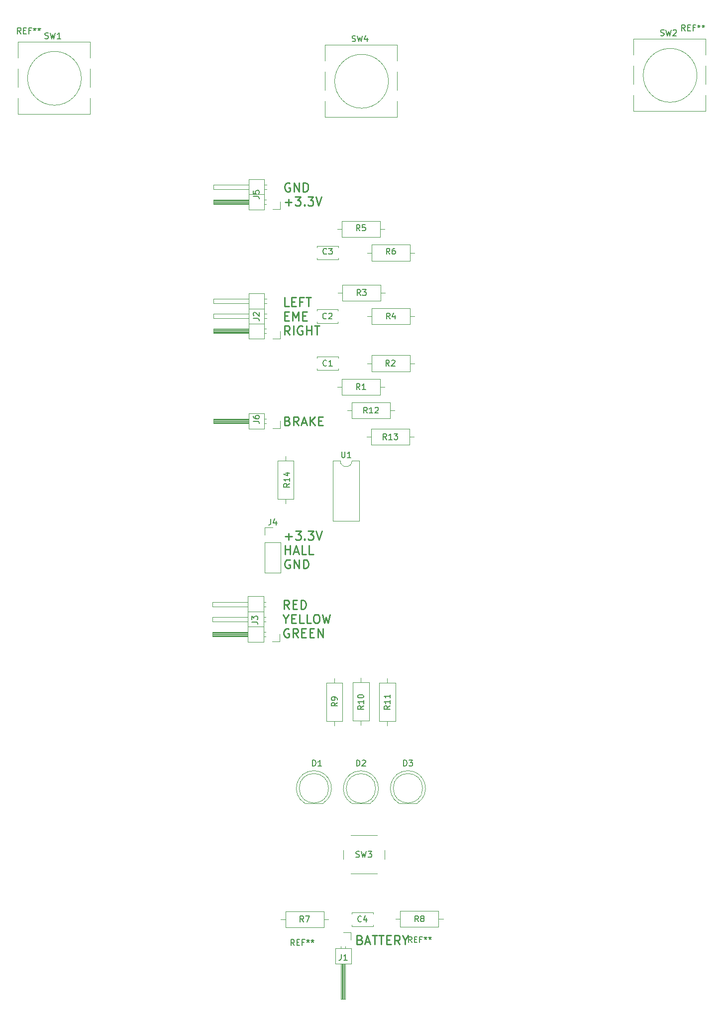
<source format=gbr>
%TF.GenerationSoftware,KiCad,Pcbnew,(6.0.2)*%
%TF.CreationDate,2023-10-08T18:38:51+02:00*%
%TF.ProjectId,kierownica,6b696572-6f77-46e6-9963-612e6b696361,rev?*%
%TF.SameCoordinates,Original*%
%TF.FileFunction,Legend,Top*%
%TF.FilePolarity,Positive*%
%FSLAX46Y46*%
G04 Gerber Fmt 4.6, Leading zero omitted, Abs format (unit mm)*
G04 Created by KiCad (PCBNEW (6.0.2)) date 2023-10-08 18:38:51*
%MOMM*%
%LPD*%
G01*
G04 APERTURE LIST*
%ADD10C,0.250000*%
%ADD11C,0.150000*%
%ADD12C,0.120000*%
G04 APERTURE END LIST*
D10*
X142243928Y-109303571D02*
X141529642Y-109303571D01*
X141529642Y-107803571D01*
X142743928Y-108517857D02*
X143243928Y-108517857D01*
X143458214Y-109303571D02*
X142743928Y-109303571D01*
X142743928Y-107803571D01*
X143458214Y-107803571D01*
X144601071Y-108517857D02*
X144101071Y-108517857D01*
X144101071Y-109303571D02*
X144101071Y-107803571D01*
X144815357Y-107803571D01*
X145172500Y-107803571D02*
X146029642Y-107803571D01*
X145601071Y-109303571D02*
X145601071Y-107803571D01*
X141529642Y-110932857D02*
X142029642Y-110932857D01*
X142243928Y-111718571D02*
X141529642Y-111718571D01*
X141529642Y-110218571D01*
X142243928Y-110218571D01*
X142886785Y-111718571D02*
X142886785Y-110218571D01*
X143386785Y-111290000D01*
X143886785Y-110218571D01*
X143886785Y-111718571D01*
X144601071Y-110932857D02*
X145101071Y-110932857D01*
X145315357Y-111718571D02*
X144601071Y-111718571D01*
X144601071Y-110218571D01*
X145315357Y-110218571D01*
X142386785Y-114133571D02*
X141886785Y-113419285D01*
X141529642Y-114133571D02*
X141529642Y-112633571D01*
X142101071Y-112633571D01*
X142243928Y-112705000D01*
X142315357Y-112776428D01*
X142386785Y-112919285D01*
X142386785Y-113133571D01*
X142315357Y-113276428D01*
X142243928Y-113347857D01*
X142101071Y-113419285D01*
X141529642Y-113419285D01*
X143029642Y-114133571D02*
X143029642Y-112633571D01*
X144529642Y-112705000D02*
X144386785Y-112633571D01*
X144172500Y-112633571D01*
X143958214Y-112705000D01*
X143815357Y-112847857D01*
X143743928Y-112990714D01*
X143672500Y-113276428D01*
X143672500Y-113490714D01*
X143743928Y-113776428D01*
X143815357Y-113919285D01*
X143958214Y-114062142D01*
X144172500Y-114133571D01*
X144315357Y-114133571D01*
X144529642Y-114062142D01*
X144601071Y-113990714D01*
X144601071Y-113490714D01*
X144315357Y-113490714D01*
X145243928Y-114133571D02*
X145243928Y-112633571D01*
X145243928Y-113347857D02*
X146101071Y-113347857D01*
X146101071Y-114133571D02*
X146101071Y-112633571D01*
X146601071Y-112633571D02*
X147458214Y-112633571D01*
X147029642Y-114133571D02*
X147029642Y-112633571D01*
X154329642Y-216972857D02*
X154543928Y-217044285D01*
X154615357Y-217115714D01*
X154686785Y-217258571D01*
X154686785Y-217472857D01*
X154615357Y-217615714D01*
X154543928Y-217687142D01*
X154401071Y-217758571D01*
X153829642Y-217758571D01*
X153829642Y-216258571D01*
X154329642Y-216258571D01*
X154472500Y-216330000D01*
X154543928Y-216401428D01*
X154615357Y-216544285D01*
X154615357Y-216687142D01*
X154543928Y-216830000D01*
X154472500Y-216901428D01*
X154329642Y-216972857D01*
X153829642Y-216972857D01*
X155258214Y-217330000D02*
X155972500Y-217330000D01*
X155115357Y-217758571D02*
X155615357Y-216258571D01*
X156115357Y-217758571D01*
X156401071Y-216258571D02*
X157258214Y-216258571D01*
X156829642Y-217758571D02*
X156829642Y-216258571D01*
X157543928Y-216258571D02*
X158401071Y-216258571D01*
X157972500Y-217758571D02*
X157972500Y-216258571D01*
X158901071Y-216972857D02*
X159401071Y-216972857D01*
X159615357Y-217758571D02*
X158901071Y-217758571D01*
X158901071Y-216258571D01*
X159615357Y-216258571D01*
X161115357Y-217758571D02*
X160615357Y-217044285D01*
X160258214Y-217758571D02*
X160258214Y-216258571D01*
X160829642Y-216258571D01*
X160972500Y-216330000D01*
X161043928Y-216401428D01*
X161115357Y-216544285D01*
X161115357Y-216758571D01*
X161043928Y-216901428D01*
X160972500Y-216972857D01*
X160829642Y-217044285D01*
X160258214Y-217044285D01*
X162043928Y-217044285D02*
X162043928Y-217758571D01*
X161543928Y-216258571D02*
X162043928Y-217044285D01*
X162543928Y-216258571D01*
X142385357Y-88362500D02*
X142242500Y-88291071D01*
X142028214Y-88291071D01*
X141813928Y-88362500D01*
X141671071Y-88505357D01*
X141599642Y-88648214D01*
X141528214Y-88933928D01*
X141528214Y-89148214D01*
X141599642Y-89433928D01*
X141671071Y-89576785D01*
X141813928Y-89719642D01*
X142028214Y-89791071D01*
X142171071Y-89791071D01*
X142385357Y-89719642D01*
X142456785Y-89648214D01*
X142456785Y-89148214D01*
X142171071Y-89148214D01*
X143099642Y-89791071D02*
X143099642Y-88291071D01*
X143956785Y-89791071D01*
X143956785Y-88291071D01*
X144671071Y-89791071D02*
X144671071Y-88291071D01*
X145028214Y-88291071D01*
X145242500Y-88362500D01*
X145385357Y-88505357D01*
X145456785Y-88648214D01*
X145528214Y-88933928D01*
X145528214Y-89148214D01*
X145456785Y-89433928D01*
X145385357Y-89576785D01*
X145242500Y-89719642D01*
X145028214Y-89791071D01*
X144671071Y-89791071D01*
X141599642Y-91634642D02*
X142742500Y-91634642D01*
X142171071Y-92206071D02*
X142171071Y-91063214D01*
X143313928Y-90706071D02*
X144242500Y-90706071D01*
X143742500Y-91277500D01*
X143956785Y-91277500D01*
X144099642Y-91348928D01*
X144171071Y-91420357D01*
X144242500Y-91563214D01*
X144242500Y-91920357D01*
X144171071Y-92063214D01*
X144099642Y-92134642D01*
X143956785Y-92206071D01*
X143528214Y-92206071D01*
X143385357Y-92134642D01*
X143313928Y-92063214D01*
X144885357Y-92063214D02*
X144956785Y-92134642D01*
X144885357Y-92206071D01*
X144813928Y-92134642D01*
X144885357Y-92063214D01*
X144885357Y-92206071D01*
X145456785Y-90706071D02*
X146385357Y-90706071D01*
X145885357Y-91277500D01*
X146099642Y-91277500D01*
X146242500Y-91348928D01*
X146313928Y-91420357D01*
X146385357Y-91563214D01*
X146385357Y-91920357D01*
X146313928Y-92063214D01*
X146242500Y-92134642D01*
X146099642Y-92206071D01*
X145671071Y-92206071D01*
X145528214Y-92134642D01*
X145456785Y-92063214D01*
X146813928Y-90706071D02*
X147313928Y-92206071D01*
X147813928Y-90706071D01*
X141629642Y-148452142D02*
X142772500Y-148452142D01*
X142201071Y-149023571D02*
X142201071Y-147880714D01*
X143343928Y-147523571D02*
X144272500Y-147523571D01*
X143772500Y-148095000D01*
X143986785Y-148095000D01*
X144129642Y-148166428D01*
X144201071Y-148237857D01*
X144272500Y-148380714D01*
X144272500Y-148737857D01*
X144201071Y-148880714D01*
X144129642Y-148952142D01*
X143986785Y-149023571D01*
X143558214Y-149023571D01*
X143415357Y-148952142D01*
X143343928Y-148880714D01*
X144915357Y-148880714D02*
X144986785Y-148952142D01*
X144915357Y-149023571D01*
X144843928Y-148952142D01*
X144915357Y-148880714D01*
X144915357Y-149023571D01*
X145486785Y-147523571D02*
X146415357Y-147523571D01*
X145915357Y-148095000D01*
X146129642Y-148095000D01*
X146272500Y-148166428D01*
X146343928Y-148237857D01*
X146415357Y-148380714D01*
X146415357Y-148737857D01*
X146343928Y-148880714D01*
X146272500Y-148952142D01*
X146129642Y-149023571D01*
X145701071Y-149023571D01*
X145558214Y-148952142D01*
X145486785Y-148880714D01*
X146843928Y-147523571D02*
X147343928Y-149023571D01*
X147843928Y-147523571D01*
X141629642Y-151438571D02*
X141629642Y-149938571D01*
X141629642Y-150652857D02*
X142486785Y-150652857D01*
X142486785Y-151438571D02*
X142486785Y-149938571D01*
X143129642Y-151010000D02*
X143843928Y-151010000D01*
X142986785Y-151438571D02*
X143486785Y-149938571D01*
X143986785Y-151438571D01*
X145201071Y-151438571D02*
X144486785Y-151438571D01*
X144486785Y-149938571D01*
X146415357Y-151438571D02*
X145701071Y-151438571D01*
X145701071Y-149938571D01*
X142415357Y-152425000D02*
X142272500Y-152353571D01*
X142058214Y-152353571D01*
X141843928Y-152425000D01*
X141701071Y-152567857D01*
X141629642Y-152710714D01*
X141558214Y-152996428D01*
X141558214Y-153210714D01*
X141629642Y-153496428D01*
X141701071Y-153639285D01*
X141843928Y-153782142D01*
X142058214Y-153853571D01*
X142201071Y-153853571D01*
X142415357Y-153782142D01*
X142486785Y-153710714D01*
X142486785Y-153210714D01*
X142201071Y-153210714D01*
X143129642Y-153853571D02*
X143129642Y-152353571D01*
X143986785Y-153853571D01*
X143986785Y-152353571D01*
X144701071Y-153853571D02*
X144701071Y-152353571D01*
X145058214Y-152353571D01*
X145272500Y-152425000D01*
X145415357Y-152567857D01*
X145486785Y-152710714D01*
X145558214Y-152996428D01*
X145558214Y-153210714D01*
X145486785Y-153496428D01*
X145415357Y-153639285D01*
X145272500Y-153782142D01*
X145058214Y-153853571D01*
X144701071Y-153853571D01*
X142009642Y-128772857D02*
X142223928Y-128844285D01*
X142295357Y-128915714D01*
X142366785Y-129058571D01*
X142366785Y-129272857D01*
X142295357Y-129415714D01*
X142223928Y-129487142D01*
X142081071Y-129558571D01*
X141509642Y-129558571D01*
X141509642Y-128058571D01*
X142009642Y-128058571D01*
X142152500Y-128130000D01*
X142223928Y-128201428D01*
X142295357Y-128344285D01*
X142295357Y-128487142D01*
X142223928Y-128630000D01*
X142152500Y-128701428D01*
X142009642Y-128772857D01*
X141509642Y-128772857D01*
X143866785Y-129558571D02*
X143366785Y-128844285D01*
X143009642Y-129558571D02*
X143009642Y-128058571D01*
X143581071Y-128058571D01*
X143723928Y-128130000D01*
X143795357Y-128201428D01*
X143866785Y-128344285D01*
X143866785Y-128558571D01*
X143795357Y-128701428D01*
X143723928Y-128772857D01*
X143581071Y-128844285D01*
X143009642Y-128844285D01*
X144438214Y-129130000D02*
X145152500Y-129130000D01*
X144295357Y-129558571D02*
X144795357Y-128058571D01*
X145295357Y-129558571D01*
X145795357Y-129558571D02*
X145795357Y-128058571D01*
X146652500Y-129558571D02*
X146009642Y-128701428D01*
X146652500Y-128058571D02*
X145795357Y-128915714D01*
X147295357Y-128772857D02*
X147795357Y-128772857D01*
X148009642Y-129558571D02*
X147295357Y-129558571D01*
X147295357Y-128058571D01*
X148009642Y-128058571D01*
X142296785Y-160753571D02*
X141796785Y-160039285D01*
X141439642Y-160753571D02*
X141439642Y-159253571D01*
X142011071Y-159253571D01*
X142153928Y-159325000D01*
X142225357Y-159396428D01*
X142296785Y-159539285D01*
X142296785Y-159753571D01*
X142225357Y-159896428D01*
X142153928Y-159967857D01*
X142011071Y-160039285D01*
X141439642Y-160039285D01*
X142939642Y-159967857D02*
X143439642Y-159967857D01*
X143653928Y-160753571D02*
X142939642Y-160753571D01*
X142939642Y-159253571D01*
X143653928Y-159253571D01*
X144296785Y-160753571D02*
X144296785Y-159253571D01*
X144653928Y-159253571D01*
X144868214Y-159325000D01*
X145011071Y-159467857D01*
X145082500Y-159610714D01*
X145153928Y-159896428D01*
X145153928Y-160110714D01*
X145082500Y-160396428D01*
X145011071Y-160539285D01*
X144868214Y-160682142D01*
X144653928Y-160753571D01*
X144296785Y-160753571D01*
X141725357Y-162454285D02*
X141725357Y-163168571D01*
X141225357Y-161668571D02*
X141725357Y-162454285D01*
X142225357Y-161668571D01*
X142725357Y-162382857D02*
X143225357Y-162382857D01*
X143439642Y-163168571D02*
X142725357Y-163168571D01*
X142725357Y-161668571D01*
X143439642Y-161668571D01*
X144796785Y-163168571D02*
X144082500Y-163168571D01*
X144082500Y-161668571D01*
X146011071Y-163168571D02*
X145296785Y-163168571D01*
X145296785Y-161668571D01*
X146796785Y-161668571D02*
X147082500Y-161668571D01*
X147225357Y-161740000D01*
X147368214Y-161882857D01*
X147439642Y-162168571D01*
X147439642Y-162668571D01*
X147368214Y-162954285D01*
X147225357Y-163097142D01*
X147082500Y-163168571D01*
X146796785Y-163168571D01*
X146653928Y-163097142D01*
X146511071Y-162954285D01*
X146439642Y-162668571D01*
X146439642Y-162168571D01*
X146511071Y-161882857D01*
X146653928Y-161740000D01*
X146796785Y-161668571D01*
X147939642Y-161668571D02*
X148296785Y-163168571D01*
X148582500Y-162097142D01*
X148868214Y-163168571D01*
X149225357Y-161668571D01*
X142225357Y-164155000D02*
X142082500Y-164083571D01*
X141868214Y-164083571D01*
X141653928Y-164155000D01*
X141511071Y-164297857D01*
X141439642Y-164440714D01*
X141368214Y-164726428D01*
X141368214Y-164940714D01*
X141439642Y-165226428D01*
X141511071Y-165369285D01*
X141653928Y-165512142D01*
X141868214Y-165583571D01*
X142011071Y-165583571D01*
X142225357Y-165512142D01*
X142296785Y-165440714D01*
X142296785Y-164940714D01*
X142011071Y-164940714D01*
X143796785Y-165583571D02*
X143296785Y-164869285D01*
X142939642Y-165583571D02*
X142939642Y-164083571D01*
X143511071Y-164083571D01*
X143653928Y-164155000D01*
X143725357Y-164226428D01*
X143796785Y-164369285D01*
X143796785Y-164583571D01*
X143725357Y-164726428D01*
X143653928Y-164797857D01*
X143511071Y-164869285D01*
X142939642Y-164869285D01*
X144439642Y-164797857D02*
X144939642Y-164797857D01*
X145153928Y-165583571D02*
X144439642Y-165583571D01*
X144439642Y-164083571D01*
X145153928Y-164083571D01*
X145796785Y-164797857D02*
X146296785Y-164797857D01*
X146511071Y-165583571D02*
X145796785Y-165583571D01*
X145796785Y-164083571D01*
X146511071Y-164083571D01*
X147153928Y-165583571D02*
X147153928Y-164083571D01*
X148011071Y-165583571D01*
X148011071Y-164083571D01*
D11*
%TO.C,SW3*%
X153666666Y-202904761D02*
X153809523Y-202952380D01*
X154047619Y-202952380D01*
X154142857Y-202904761D01*
X154190476Y-202857142D01*
X154238095Y-202761904D01*
X154238095Y-202666666D01*
X154190476Y-202571428D01*
X154142857Y-202523809D01*
X154047619Y-202476190D01*
X153857142Y-202428571D01*
X153761904Y-202380952D01*
X153714285Y-202333333D01*
X153666666Y-202238095D01*
X153666666Y-202142857D01*
X153714285Y-202047619D01*
X153761904Y-202000000D01*
X153857142Y-201952380D01*
X154095238Y-201952380D01*
X154238095Y-202000000D01*
X154571428Y-201952380D02*
X154809523Y-202952380D01*
X155000000Y-202238095D01*
X155190476Y-202952380D01*
X155428571Y-201952380D01*
X155714285Y-201952380D02*
X156333333Y-201952380D01*
X156000000Y-202333333D01*
X156142857Y-202333333D01*
X156238095Y-202380952D01*
X156285714Y-202428571D01*
X156333333Y-202523809D01*
X156333333Y-202761904D01*
X156285714Y-202857142D01*
X156238095Y-202904761D01*
X156142857Y-202952380D01*
X155857142Y-202952380D01*
X155761904Y-202904761D01*
X155714285Y-202857142D01*
%TO.C,R2*%
X159333333Y-119452380D02*
X159000000Y-118976190D01*
X158761904Y-119452380D02*
X158761904Y-118452380D01*
X159142857Y-118452380D01*
X159238095Y-118500000D01*
X159285714Y-118547619D01*
X159333333Y-118642857D01*
X159333333Y-118785714D01*
X159285714Y-118880952D01*
X159238095Y-118928571D01*
X159142857Y-118976190D01*
X158761904Y-118976190D01*
X159714285Y-118547619D02*
X159761904Y-118500000D01*
X159857142Y-118452380D01*
X160095238Y-118452380D01*
X160190476Y-118500000D01*
X160238095Y-118547619D01*
X160285714Y-118642857D01*
X160285714Y-118738095D01*
X160238095Y-118880952D01*
X159666666Y-119452380D01*
X160285714Y-119452380D01*
%TO.C,J1*%
X151166666Y-219452380D02*
X151166666Y-220166666D01*
X151119047Y-220309523D01*
X151023809Y-220404761D01*
X150880952Y-220452380D01*
X150785714Y-220452380D01*
X152166666Y-220452380D02*
X151595238Y-220452380D01*
X151880952Y-220452380D02*
X151880952Y-219452380D01*
X151785714Y-219595238D01*
X151690476Y-219690476D01*
X151595238Y-219738095D01*
%TO.C,R6*%
X159413333Y-100452380D02*
X159080000Y-99976190D01*
X158841904Y-100452380D02*
X158841904Y-99452380D01*
X159222857Y-99452380D01*
X159318095Y-99500000D01*
X159365714Y-99547619D01*
X159413333Y-99642857D01*
X159413333Y-99785714D01*
X159365714Y-99880952D01*
X159318095Y-99928571D01*
X159222857Y-99976190D01*
X158841904Y-99976190D01*
X160270476Y-99452380D02*
X160080000Y-99452380D01*
X159984761Y-99500000D01*
X159937142Y-99547619D01*
X159841904Y-99690476D01*
X159794285Y-99880952D01*
X159794285Y-100261904D01*
X159841904Y-100357142D01*
X159889523Y-100404761D01*
X159984761Y-100452380D01*
X160175238Y-100452380D01*
X160270476Y-100404761D01*
X160318095Y-100357142D01*
X160365714Y-100261904D01*
X160365714Y-100023809D01*
X160318095Y-99928571D01*
X160270476Y-99880952D01*
X160175238Y-99833333D01*
X159984761Y-99833333D01*
X159889523Y-99880952D01*
X159841904Y-99928571D01*
X159794285Y-100023809D01*
%TO.C,SW4*%
X153006666Y-64244761D02*
X153149523Y-64292380D01*
X153387619Y-64292380D01*
X153482857Y-64244761D01*
X153530476Y-64197142D01*
X153578095Y-64101904D01*
X153578095Y-64006666D01*
X153530476Y-63911428D01*
X153482857Y-63863809D01*
X153387619Y-63816190D01*
X153197142Y-63768571D01*
X153101904Y-63720952D01*
X153054285Y-63673333D01*
X153006666Y-63578095D01*
X153006666Y-63482857D01*
X153054285Y-63387619D01*
X153101904Y-63340000D01*
X153197142Y-63292380D01*
X153435238Y-63292380D01*
X153578095Y-63340000D01*
X153911428Y-63292380D02*
X154149523Y-64292380D01*
X154340000Y-63578095D01*
X154530476Y-64292380D01*
X154768571Y-63292380D01*
X155578095Y-63625714D02*
X155578095Y-64292380D01*
X155340000Y-63244761D02*
X155101904Y-63959047D01*
X155720952Y-63959047D01*
%TO.C,R10*%
X154952380Y-177222857D02*
X154476190Y-177556190D01*
X154952380Y-177794285D02*
X153952380Y-177794285D01*
X153952380Y-177413333D01*
X154000000Y-177318095D01*
X154047619Y-177270476D01*
X154142857Y-177222857D01*
X154285714Y-177222857D01*
X154380952Y-177270476D01*
X154428571Y-177318095D01*
X154476190Y-177413333D01*
X154476190Y-177794285D01*
X154952380Y-176270476D02*
X154952380Y-176841904D01*
X154952380Y-176556190D02*
X153952380Y-176556190D01*
X154095238Y-176651428D01*
X154190476Y-176746666D01*
X154238095Y-176841904D01*
X153952380Y-175651428D02*
X153952380Y-175556190D01*
X154000000Y-175460952D01*
X154047619Y-175413333D01*
X154142857Y-175365714D01*
X154333333Y-175318095D01*
X154571428Y-175318095D01*
X154761904Y-175365714D01*
X154857142Y-175413333D01*
X154904761Y-175460952D01*
X154952380Y-175556190D01*
X154952380Y-175651428D01*
X154904761Y-175746666D01*
X154857142Y-175794285D01*
X154761904Y-175841904D01*
X154571428Y-175889523D01*
X154333333Y-175889523D01*
X154142857Y-175841904D01*
X154047619Y-175794285D01*
X154000000Y-175746666D01*
X153952380Y-175651428D01*
%TO.C,R3*%
X154433333Y-107452380D02*
X154100000Y-106976190D01*
X153861904Y-107452380D02*
X153861904Y-106452380D01*
X154242857Y-106452380D01*
X154338095Y-106500000D01*
X154385714Y-106547619D01*
X154433333Y-106642857D01*
X154433333Y-106785714D01*
X154385714Y-106880952D01*
X154338095Y-106928571D01*
X154242857Y-106976190D01*
X153861904Y-106976190D01*
X154766666Y-106452380D02*
X155385714Y-106452380D01*
X155052380Y-106833333D01*
X155195238Y-106833333D01*
X155290476Y-106880952D01*
X155338095Y-106928571D01*
X155385714Y-107023809D01*
X155385714Y-107261904D01*
X155338095Y-107357142D01*
X155290476Y-107404761D01*
X155195238Y-107452380D01*
X154909523Y-107452380D01*
X154814285Y-107404761D01*
X154766666Y-107357142D01*
%TO.C,J3*%
X135927380Y-162958333D02*
X136641666Y-162958333D01*
X136784523Y-163005952D01*
X136879761Y-163101190D01*
X136927380Y-163244047D01*
X136927380Y-163339285D01*
X135927380Y-162577380D02*
X135927380Y-161958333D01*
X136308333Y-162291666D01*
X136308333Y-162148809D01*
X136355952Y-162053571D01*
X136403571Y-162005952D01*
X136498809Y-161958333D01*
X136736904Y-161958333D01*
X136832142Y-162005952D01*
X136879761Y-162053571D01*
X136927380Y-162148809D01*
X136927380Y-162434523D01*
X136879761Y-162529761D01*
X136832142Y-162577380D01*
%TO.C,J2*%
X136182380Y-111333333D02*
X136896666Y-111333333D01*
X137039523Y-111380952D01*
X137134761Y-111476190D01*
X137182380Y-111619047D01*
X137182380Y-111714285D01*
X136277619Y-110904761D02*
X136230000Y-110857142D01*
X136182380Y-110761904D01*
X136182380Y-110523809D01*
X136230000Y-110428571D01*
X136277619Y-110380952D01*
X136372857Y-110333333D01*
X136468095Y-110333333D01*
X136610952Y-110380952D01*
X137182380Y-110952380D01*
X137182380Y-110333333D01*
%TO.C,REF\u002A\u002A*%
X143166666Y-217952380D02*
X142833333Y-217476190D01*
X142595238Y-217952380D02*
X142595238Y-216952380D01*
X142976190Y-216952380D01*
X143071428Y-217000000D01*
X143119047Y-217047619D01*
X143166666Y-217142857D01*
X143166666Y-217285714D01*
X143119047Y-217380952D01*
X143071428Y-217428571D01*
X142976190Y-217476190D01*
X142595238Y-217476190D01*
X143595238Y-217428571D02*
X143928571Y-217428571D01*
X144071428Y-217952380D02*
X143595238Y-217952380D01*
X143595238Y-216952380D01*
X144071428Y-216952380D01*
X144833333Y-217428571D02*
X144500000Y-217428571D01*
X144500000Y-217952380D02*
X144500000Y-216952380D01*
X144976190Y-216952380D01*
X145500000Y-216952380D02*
X145500000Y-217190476D01*
X145261904Y-217095238D02*
X145500000Y-217190476D01*
X145738095Y-217095238D01*
X145357142Y-217380952D02*
X145500000Y-217190476D01*
X145642857Y-217380952D01*
X146261904Y-216952380D02*
X146261904Y-217190476D01*
X146023809Y-217095238D02*
X146261904Y-217190476D01*
X146500000Y-217095238D01*
X146119047Y-217380952D02*
X146261904Y-217190476D01*
X146404761Y-217380952D01*
%TO.C,R13*%
X158857142Y-131952380D02*
X158523809Y-131476190D01*
X158285714Y-131952380D02*
X158285714Y-130952380D01*
X158666666Y-130952380D01*
X158761904Y-131000000D01*
X158809523Y-131047619D01*
X158857142Y-131142857D01*
X158857142Y-131285714D01*
X158809523Y-131380952D01*
X158761904Y-131428571D01*
X158666666Y-131476190D01*
X158285714Y-131476190D01*
X159809523Y-131952380D02*
X159238095Y-131952380D01*
X159523809Y-131952380D02*
X159523809Y-130952380D01*
X159428571Y-131095238D01*
X159333333Y-131190476D01*
X159238095Y-131238095D01*
X160142857Y-130952380D02*
X160761904Y-130952380D01*
X160428571Y-131333333D01*
X160571428Y-131333333D01*
X160666666Y-131380952D01*
X160714285Y-131428571D01*
X160761904Y-131523809D01*
X160761904Y-131761904D01*
X160714285Y-131857142D01*
X160666666Y-131904761D01*
X160571428Y-131952380D01*
X160285714Y-131952380D01*
X160190476Y-131904761D01*
X160142857Y-131857142D01*
%TO.C,R14*%
X142362380Y-139432857D02*
X141886190Y-139766190D01*
X142362380Y-140004285D02*
X141362380Y-140004285D01*
X141362380Y-139623333D01*
X141410000Y-139528095D01*
X141457619Y-139480476D01*
X141552857Y-139432857D01*
X141695714Y-139432857D01*
X141790952Y-139480476D01*
X141838571Y-139528095D01*
X141886190Y-139623333D01*
X141886190Y-140004285D01*
X142362380Y-138480476D02*
X142362380Y-139051904D01*
X142362380Y-138766190D02*
X141362380Y-138766190D01*
X141505238Y-138861428D01*
X141600476Y-138956666D01*
X141648095Y-139051904D01*
X141695714Y-137623333D02*
X142362380Y-137623333D01*
X141314761Y-137861428D02*
X142029047Y-138099523D01*
X142029047Y-137480476D01*
%TO.C,R9*%
X150477380Y-176666666D02*
X150001190Y-177000000D01*
X150477380Y-177238095D02*
X149477380Y-177238095D01*
X149477380Y-176857142D01*
X149525000Y-176761904D01*
X149572619Y-176714285D01*
X149667857Y-176666666D01*
X149810714Y-176666666D01*
X149905952Y-176714285D01*
X149953571Y-176761904D01*
X150001190Y-176857142D01*
X150001190Y-177238095D01*
X150477380Y-176190476D02*
X150477380Y-176000000D01*
X150429761Y-175904761D01*
X150382142Y-175857142D01*
X150239285Y-175761904D01*
X150048809Y-175714285D01*
X149667857Y-175714285D01*
X149572619Y-175761904D01*
X149525000Y-175809523D01*
X149477380Y-175904761D01*
X149477380Y-176095238D01*
X149525000Y-176190476D01*
X149572619Y-176238095D01*
X149667857Y-176285714D01*
X149905952Y-176285714D01*
X150001190Y-176238095D01*
X150048809Y-176190476D01*
X150096428Y-176095238D01*
X150096428Y-175904761D01*
X150048809Y-175809523D01*
X150001190Y-175761904D01*
X149905952Y-175714285D01*
%TO.C,C3*%
X148663333Y-100357142D02*
X148615714Y-100404761D01*
X148472857Y-100452380D01*
X148377619Y-100452380D01*
X148234761Y-100404761D01*
X148139523Y-100309523D01*
X148091904Y-100214285D01*
X148044285Y-100023809D01*
X148044285Y-99880952D01*
X148091904Y-99690476D01*
X148139523Y-99595238D01*
X148234761Y-99500000D01*
X148377619Y-99452380D01*
X148472857Y-99452380D01*
X148615714Y-99500000D01*
X148663333Y-99547619D01*
X148996666Y-99452380D02*
X149615714Y-99452380D01*
X149282380Y-99833333D01*
X149425238Y-99833333D01*
X149520476Y-99880952D01*
X149568095Y-99928571D01*
X149615714Y-100023809D01*
X149615714Y-100261904D01*
X149568095Y-100357142D01*
X149520476Y-100404761D01*
X149425238Y-100452380D01*
X149139523Y-100452380D01*
X149044285Y-100404761D01*
X148996666Y-100357142D01*
%TO.C,SW1*%
X100746666Y-63744761D02*
X100889523Y-63792380D01*
X101127619Y-63792380D01*
X101222857Y-63744761D01*
X101270476Y-63697142D01*
X101318095Y-63601904D01*
X101318095Y-63506666D01*
X101270476Y-63411428D01*
X101222857Y-63363809D01*
X101127619Y-63316190D01*
X100937142Y-63268571D01*
X100841904Y-63220952D01*
X100794285Y-63173333D01*
X100746666Y-63078095D01*
X100746666Y-62982857D01*
X100794285Y-62887619D01*
X100841904Y-62840000D01*
X100937142Y-62792380D01*
X101175238Y-62792380D01*
X101318095Y-62840000D01*
X101651428Y-62792380D02*
X101889523Y-63792380D01*
X102080000Y-63078095D01*
X102270476Y-63792380D01*
X102508571Y-62792380D01*
X103413333Y-63792380D02*
X102841904Y-63792380D01*
X103127619Y-63792380D02*
X103127619Y-62792380D01*
X103032380Y-62935238D01*
X102937142Y-63030476D01*
X102841904Y-63078095D01*
%TO.C,D1*%
X146261904Y-187452380D02*
X146261904Y-186452380D01*
X146500000Y-186452380D01*
X146642857Y-186500000D01*
X146738095Y-186595238D01*
X146785714Y-186690476D01*
X146833333Y-186880952D01*
X146833333Y-187023809D01*
X146785714Y-187214285D01*
X146738095Y-187309523D01*
X146642857Y-187404761D01*
X146500000Y-187452380D01*
X146261904Y-187452380D01*
X147785714Y-187452380D02*
X147214285Y-187452380D01*
X147500000Y-187452380D02*
X147500000Y-186452380D01*
X147404761Y-186595238D01*
X147309523Y-186690476D01*
X147214285Y-186738095D01*
%TO.C,R11*%
X159452380Y-177222857D02*
X158976190Y-177556190D01*
X159452380Y-177794285D02*
X158452380Y-177794285D01*
X158452380Y-177413333D01*
X158500000Y-177318095D01*
X158547619Y-177270476D01*
X158642857Y-177222857D01*
X158785714Y-177222857D01*
X158880952Y-177270476D01*
X158928571Y-177318095D01*
X158976190Y-177413333D01*
X158976190Y-177794285D01*
X159452380Y-176270476D02*
X159452380Y-176841904D01*
X159452380Y-176556190D02*
X158452380Y-176556190D01*
X158595238Y-176651428D01*
X158690476Y-176746666D01*
X158738095Y-176841904D01*
X159452380Y-175318095D02*
X159452380Y-175889523D01*
X159452380Y-175603809D02*
X158452380Y-175603809D01*
X158595238Y-175699047D01*
X158690476Y-175794285D01*
X158738095Y-175889523D01*
%TO.C,U1*%
X151223095Y-134002380D02*
X151223095Y-134811904D01*
X151270714Y-134907142D01*
X151318333Y-134954761D01*
X151413571Y-135002380D01*
X151604047Y-135002380D01*
X151699285Y-134954761D01*
X151746904Y-134907142D01*
X151794523Y-134811904D01*
X151794523Y-134002380D01*
X152794523Y-135002380D02*
X152223095Y-135002380D01*
X152508809Y-135002380D02*
X152508809Y-134002380D01*
X152413571Y-134145238D01*
X152318333Y-134240476D01*
X152223095Y-134288095D01*
%TO.C,R5*%
X154333333Y-96452380D02*
X154000000Y-95976190D01*
X153761904Y-96452380D02*
X153761904Y-95452380D01*
X154142857Y-95452380D01*
X154238095Y-95500000D01*
X154285714Y-95547619D01*
X154333333Y-95642857D01*
X154333333Y-95785714D01*
X154285714Y-95880952D01*
X154238095Y-95928571D01*
X154142857Y-95976190D01*
X153761904Y-95976190D01*
X155238095Y-95452380D02*
X154761904Y-95452380D01*
X154714285Y-95928571D01*
X154761904Y-95880952D01*
X154857142Y-95833333D01*
X155095238Y-95833333D01*
X155190476Y-95880952D01*
X155238095Y-95928571D01*
X155285714Y-96023809D01*
X155285714Y-96261904D01*
X155238095Y-96357142D01*
X155190476Y-96404761D01*
X155095238Y-96452380D01*
X154857142Y-96452380D01*
X154761904Y-96404761D01*
X154714285Y-96357142D01*
%TO.C,REF\u002A\u002A*%
X96666666Y-62952380D02*
X96333333Y-62476190D01*
X96095238Y-62952380D02*
X96095238Y-61952380D01*
X96476190Y-61952380D01*
X96571428Y-62000000D01*
X96619047Y-62047619D01*
X96666666Y-62142857D01*
X96666666Y-62285714D01*
X96619047Y-62380952D01*
X96571428Y-62428571D01*
X96476190Y-62476190D01*
X96095238Y-62476190D01*
X97095238Y-62428571D02*
X97428571Y-62428571D01*
X97571428Y-62952380D02*
X97095238Y-62952380D01*
X97095238Y-61952380D01*
X97571428Y-61952380D01*
X98333333Y-62428571D02*
X98000000Y-62428571D01*
X98000000Y-62952380D02*
X98000000Y-61952380D01*
X98476190Y-61952380D01*
X99000000Y-61952380D02*
X99000000Y-62190476D01*
X98761904Y-62095238D02*
X99000000Y-62190476D01*
X99238095Y-62095238D01*
X98857142Y-62380952D02*
X99000000Y-62190476D01*
X99142857Y-62380952D01*
X99761904Y-61952380D02*
X99761904Y-62190476D01*
X99523809Y-62095238D02*
X99761904Y-62190476D01*
X100000000Y-62095238D01*
X99619047Y-62380952D02*
X99761904Y-62190476D01*
X99904761Y-62380952D01*
%TO.C,J4*%
X139166666Y-145452380D02*
X139166666Y-146166666D01*
X139119047Y-146309523D01*
X139023809Y-146404761D01*
X138880952Y-146452380D01*
X138785714Y-146452380D01*
X140071428Y-145785714D02*
X140071428Y-146452380D01*
X139833333Y-145404761D02*
X139595238Y-146119047D01*
X140214285Y-146119047D01*
%TO.C,R12*%
X155557142Y-127452380D02*
X155223809Y-126976190D01*
X154985714Y-127452380D02*
X154985714Y-126452380D01*
X155366666Y-126452380D01*
X155461904Y-126500000D01*
X155509523Y-126547619D01*
X155557142Y-126642857D01*
X155557142Y-126785714D01*
X155509523Y-126880952D01*
X155461904Y-126928571D01*
X155366666Y-126976190D01*
X154985714Y-126976190D01*
X156509523Y-127452380D02*
X155938095Y-127452380D01*
X156223809Y-127452380D02*
X156223809Y-126452380D01*
X156128571Y-126595238D01*
X156033333Y-126690476D01*
X155938095Y-126738095D01*
X156890476Y-126547619D02*
X156938095Y-126500000D01*
X157033333Y-126452380D01*
X157271428Y-126452380D01*
X157366666Y-126500000D01*
X157414285Y-126547619D01*
X157461904Y-126642857D01*
X157461904Y-126738095D01*
X157414285Y-126880952D01*
X156842857Y-127452380D01*
X157461904Y-127452380D01*
%TO.C,C4*%
X154583333Y-213837142D02*
X154535714Y-213884761D01*
X154392857Y-213932380D01*
X154297619Y-213932380D01*
X154154761Y-213884761D01*
X154059523Y-213789523D01*
X154011904Y-213694285D01*
X153964285Y-213503809D01*
X153964285Y-213360952D01*
X154011904Y-213170476D01*
X154059523Y-213075238D01*
X154154761Y-212980000D01*
X154297619Y-212932380D01*
X154392857Y-212932380D01*
X154535714Y-212980000D01*
X154583333Y-213027619D01*
X155440476Y-213265714D02*
X155440476Y-213932380D01*
X155202380Y-212884761D02*
X154964285Y-213599047D01*
X155583333Y-213599047D01*
%TO.C,C1*%
X148663333Y-119357142D02*
X148615714Y-119404761D01*
X148472857Y-119452380D01*
X148377619Y-119452380D01*
X148234761Y-119404761D01*
X148139523Y-119309523D01*
X148091904Y-119214285D01*
X148044285Y-119023809D01*
X148044285Y-118880952D01*
X148091904Y-118690476D01*
X148139523Y-118595238D01*
X148234761Y-118500000D01*
X148377619Y-118452380D01*
X148472857Y-118452380D01*
X148615714Y-118500000D01*
X148663333Y-118547619D01*
X149615714Y-119452380D02*
X149044285Y-119452380D01*
X149330000Y-119452380D02*
X149330000Y-118452380D01*
X149234761Y-118595238D01*
X149139523Y-118690476D01*
X149044285Y-118738095D01*
%TO.C,R7*%
X144753333Y-213952380D02*
X144420000Y-213476190D01*
X144181904Y-213952380D02*
X144181904Y-212952380D01*
X144562857Y-212952380D01*
X144658095Y-213000000D01*
X144705714Y-213047619D01*
X144753333Y-213142857D01*
X144753333Y-213285714D01*
X144705714Y-213380952D01*
X144658095Y-213428571D01*
X144562857Y-213476190D01*
X144181904Y-213476190D01*
X145086666Y-212952380D02*
X145753333Y-212952380D01*
X145324761Y-213952380D01*
%TO.C,J6*%
X136182380Y-128833333D02*
X136896666Y-128833333D01*
X137039523Y-128880952D01*
X137134761Y-128976190D01*
X137182380Y-129119047D01*
X137182380Y-129214285D01*
X136182380Y-127928571D02*
X136182380Y-128119047D01*
X136230000Y-128214285D01*
X136277619Y-128261904D01*
X136420476Y-128357142D01*
X136610952Y-128404761D01*
X136991904Y-128404761D01*
X137087142Y-128357142D01*
X137134761Y-128309523D01*
X137182380Y-128214285D01*
X137182380Y-128023809D01*
X137134761Y-127928571D01*
X137087142Y-127880952D01*
X136991904Y-127833333D01*
X136753809Y-127833333D01*
X136658571Y-127880952D01*
X136610952Y-127928571D01*
X136563333Y-128023809D01*
X136563333Y-128214285D01*
X136610952Y-128309523D01*
X136658571Y-128357142D01*
X136753809Y-128404761D01*
%TO.C,REF\u002A\u002A*%
X163166666Y-217452380D02*
X162833333Y-216976190D01*
X162595238Y-217452380D02*
X162595238Y-216452380D01*
X162976190Y-216452380D01*
X163071428Y-216500000D01*
X163119047Y-216547619D01*
X163166666Y-216642857D01*
X163166666Y-216785714D01*
X163119047Y-216880952D01*
X163071428Y-216928571D01*
X162976190Y-216976190D01*
X162595238Y-216976190D01*
X163595238Y-216928571D02*
X163928571Y-216928571D01*
X164071428Y-217452380D02*
X163595238Y-217452380D01*
X163595238Y-216452380D01*
X164071428Y-216452380D01*
X164833333Y-216928571D02*
X164500000Y-216928571D01*
X164500000Y-217452380D02*
X164500000Y-216452380D01*
X164976190Y-216452380D01*
X165500000Y-216452380D02*
X165500000Y-216690476D01*
X165261904Y-216595238D02*
X165500000Y-216690476D01*
X165738095Y-216595238D01*
X165357142Y-216880952D02*
X165500000Y-216690476D01*
X165642857Y-216880952D01*
X166261904Y-216452380D02*
X166261904Y-216690476D01*
X166023809Y-216595238D02*
X166261904Y-216690476D01*
X166500000Y-216595238D01*
X166119047Y-216880952D02*
X166261904Y-216690476D01*
X166404761Y-216880952D01*
%TO.C,D3*%
X161761904Y-187452380D02*
X161761904Y-186452380D01*
X162000000Y-186452380D01*
X162142857Y-186500000D01*
X162238095Y-186595238D01*
X162285714Y-186690476D01*
X162333333Y-186880952D01*
X162333333Y-187023809D01*
X162285714Y-187214285D01*
X162238095Y-187309523D01*
X162142857Y-187404761D01*
X162000000Y-187452380D01*
X161761904Y-187452380D01*
X162666666Y-186452380D02*
X163285714Y-186452380D01*
X162952380Y-186833333D01*
X163095238Y-186833333D01*
X163190476Y-186880952D01*
X163238095Y-186928571D01*
X163285714Y-187023809D01*
X163285714Y-187261904D01*
X163238095Y-187357142D01*
X163190476Y-187404761D01*
X163095238Y-187452380D01*
X162809523Y-187452380D01*
X162714285Y-187404761D01*
X162666666Y-187357142D01*
%TO.C,SW2*%
X205506666Y-63244761D02*
X205649523Y-63292380D01*
X205887619Y-63292380D01*
X205982857Y-63244761D01*
X206030476Y-63197142D01*
X206078095Y-63101904D01*
X206078095Y-63006666D01*
X206030476Y-62911428D01*
X205982857Y-62863809D01*
X205887619Y-62816190D01*
X205697142Y-62768571D01*
X205601904Y-62720952D01*
X205554285Y-62673333D01*
X205506666Y-62578095D01*
X205506666Y-62482857D01*
X205554285Y-62387619D01*
X205601904Y-62340000D01*
X205697142Y-62292380D01*
X205935238Y-62292380D01*
X206078095Y-62340000D01*
X206411428Y-62292380D02*
X206649523Y-63292380D01*
X206840000Y-62578095D01*
X207030476Y-63292380D01*
X207268571Y-62292380D01*
X207601904Y-62387619D02*
X207649523Y-62340000D01*
X207744761Y-62292380D01*
X207982857Y-62292380D01*
X208078095Y-62340000D01*
X208125714Y-62387619D01*
X208173333Y-62482857D01*
X208173333Y-62578095D01*
X208125714Y-62720952D01*
X207554285Y-63292380D01*
X208173333Y-63292380D01*
%TO.C,C2*%
X148633333Y-111357142D02*
X148585714Y-111404761D01*
X148442857Y-111452380D01*
X148347619Y-111452380D01*
X148204761Y-111404761D01*
X148109523Y-111309523D01*
X148061904Y-111214285D01*
X148014285Y-111023809D01*
X148014285Y-110880952D01*
X148061904Y-110690476D01*
X148109523Y-110595238D01*
X148204761Y-110500000D01*
X148347619Y-110452380D01*
X148442857Y-110452380D01*
X148585714Y-110500000D01*
X148633333Y-110547619D01*
X149014285Y-110547619D02*
X149061904Y-110500000D01*
X149157142Y-110452380D01*
X149395238Y-110452380D01*
X149490476Y-110500000D01*
X149538095Y-110547619D01*
X149585714Y-110642857D01*
X149585714Y-110738095D01*
X149538095Y-110880952D01*
X148966666Y-111452380D01*
X149585714Y-111452380D01*
%TO.C,R4*%
X159433333Y-111452380D02*
X159100000Y-110976190D01*
X158861904Y-111452380D02*
X158861904Y-110452380D01*
X159242857Y-110452380D01*
X159338095Y-110500000D01*
X159385714Y-110547619D01*
X159433333Y-110642857D01*
X159433333Y-110785714D01*
X159385714Y-110880952D01*
X159338095Y-110928571D01*
X159242857Y-110976190D01*
X158861904Y-110976190D01*
X160290476Y-110785714D02*
X160290476Y-111452380D01*
X160052380Y-110404761D02*
X159814285Y-111119047D01*
X160433333Y-111119047D01*
%TO.C,R8*%
X164283333Y-213902380D02*
X163950000Y-213426190D01*
X163711904Y-213902380D02*
X163711904Y-212902380D01*
X164092857Y-212902380D01*
X164188095Y-212950000D01*
X164235714Y-212997619D01*
X164283333Y-213092857D01*
X164283333Y-213235714D01*
X164235714Y-213330952D01*
X164188095Y-213378571D01*
X164092857Y-213426190D01*
X163711904Y-213426190D01*
X164854761Y-213330952D02*
X164759523Y-213283333D01*
X164711904Y-213235714D01*
X164664285Y-213140476D01*
X164664285Y-213092857D01*
X164711904Y-212997619D01*
X164759523Y-212950000D01*
X164854761Y-212902380D01*
X165045238Y-212902380D01*
X165140476Y-212950000D01*
X165188095Y-212997619D01*
X165235714Y-213092857D01*
X165235714Y-213140476D01*
X165188095Y-213235714D01*
X165140476Y-213283333D01*
X165045238Y-213330952D01*
X164854761Y-213330952D01*
X164759523Y-213378571D01*
X164711904Y-213426190D01*
X164664285Y-213521428D01*
X164664285Y-213711904D01*
X164711904Y-213807142D01*
X164759523Y-213854761D01*
X164854761Y-213902380D01*
X165045238Y-213902380D01*
X165140476Y-213854761D01*
X165188095Y-213807142D01*
X165235714Y-213711904D01*
X165235714Y-213521428D01*
X165188095Y-213426190D01*
X165140476Y-213378571D01*
X165045238Y-213330952D01*
%TO.C,D2*%
X153761904Y-187452380D02*
X153761904Y-186452380D01*
X154000000Y-186452380D01*
X154142857Y-186500000D01*
X154238095Y-186595238D01*
X154285714Y-186690476D01*
X154333333Y-186880952D01*
X154333333Y-187023809D01*
X154285714Y-187214285D01*
X154238095Y-187309523D01*
X154142857Y-187404761D01*
X154000000Y-187452380D01*
X153761904Y-187452380D01*
X154714285Y-186547619D02*
X154761904Y-186500000D01*
X154857142Y-186452380D01*
X155095238Y-186452380D01*
X155190476Y-186500000D01*
X155238095Y-186547619D01*
X155285714Y-186642857D01*
X155285714Y-186738095D01*
X155238095Y-186880952D01*
X154666666Y-187452380D01*
X155285714Y-187452380D01*
%TO.C,J5*%
X136182380Y-90603333D02*
X136896666Y-90603333D01*
X137039523Y-90650952D01*
X137134761Y-90746190D01*
X137182380Y-90889047D01*
X137182380Y-90984285D01*
X136182380Y-89650952D02*
X136182380Y-90127142D01*
X136658571Y-90174761D01*
X136610952Y-90127142D01*
X136563333Y-90031904D01*
X136563333Y-89793809D01*
X136610952Y-89698571D01*
X136658571Y-89650952D01*
X136753809Y-89603333D01*
X136991904Y-89603333D01*
X137087142Y-89650952D01*
X137134761Y-89698571D01*
X137182380Y-89793809D01*
X137182380Y-90031904D01*
X137134761Y-90127142D01*
X137087142Y-90174761D01*
%TO.C,R1*%
X154333333Y-123452380D02*
X154000000Y-122976190D01*
X153761904Y-123452380D02*
X153761904Y-122452380D01*
X154142857Y-122452380D01*
X154238095Y-122500000D01*
X154285714Y-122547619D01*
X154333333Y-122642857D01*
X154333333Y-122785714D01*
X154285714Y-122880952D01*
X154238095Y-122928571D01*
X154142857Y-122976190D01*
X153761904Y-122976190D01*
X155285714Y-123452380D02*
X154714285Y-123452380D01*
X155000000Y-123452380D02*
X155000000Y-122452380D01*
X154904761Y-122595238D01*
X154809523Y-122690476D01*
X154714285Y-122738095D01*
%TO.C,REF\u002A\u002A*%
X209666666Y-62452380D02*
X209333333Y-61976190D01*
X209095238Y-62452380D02*
X209095238Y-61452380D01*
X209476190Y-61452380D01*
X209571428Y-61500000D01*
X209619047Y-61547619D01*
X209666666Y-61642857D01*
X209666666Y-61785714D01*
X209619047Y-61880952D01*
X209571428Y-61928571D01*
X209476190Y-61976190D01*
X209095238Y-61976190D01*
X210095238Y-61928571D02*
X210428571Y-61928571D01*
X210571428Y-62452380D02*
X210095238Y-62452380D01*
X210095238Y-61452380D01*
X210571428Y-61452380D01*
X211333333Y-61928571D02*
X211000000Y-61928571D01*
X211000000Y-62452380D02*
X211000000Y-61452380D01*
X211476190Y-61452380D01*
X212000000Y-61452380D02*
X212000000Y-61690476D01*
X211761904Y-61595238D02*
X212000000Y-61690476D01*
X212238095Y-61595238D01*
X211857142Y-61880952D02*
X212000000Y-61690476D01*
X212142857Y-61880952D01*
X212761904Y-61452380D02*
X212761904Y-61690476D01*
X212523809Y-61595238D02*
X212761904Y-61690476D01*
X213000000Y-61595238D01*
X212619047Y-61880952D02*
X212761904Y-61690476D01*
X212904761Y-61880952D01*
D12*
%TO.C,SW3*%
X151500000Y-201750000D02*
X151500000Y-203250000D01*
X158500000Y-203250000D02*
X158500000Y-201750000D01*
X157250000Y-199250000D02*
X152750000Y-199250000D01*
X152750000Y-205750000D02*
X157250000Y-205750000D01*
%TO.C,R2*%
X163620000Y-119000000D02*
X162850000Y-119000000D01*
X156310000Y-120370000D02*
X162850000Y-120370000D01*
X162850000Y-117630000D02*
X156310000Y-117630000D01*
X155540000Y-119000000D02*
X156310000Y-119000000D01*
X162850000Y-120370000D02*
X162850000Y-117630000D01*
X156310000Y-117630000D02*
X156310000Y-120370000D01*
%TO.C,J1*%
X151880000Y-227100000D02*
X151120000Y-227100000D01*
X151820000Y-221100000D02*
X151820000Y-227100000D01*
X151880000Y-218110000D02*
X151880000Y-218440000D01*
X151340000Y-221100000D02*
X151340000Y-227100000D01*
X151700000Y-221100000D02*
X151700000Y-227100000D01*
X152830000Y-218440000D02*
X150170000Y-218440000D01*
X150170000Y-221100000D02*
X152830000Y-221100000D01*
X151120000Y-218110000D02*
X151120000Y-218440000D01*
X152770000Y-215730000D02*
X152770000Y-217000000D01*
X150170000Y-218440000D02*
X150170000Y-221100000D01*
X151880000Y-221100000D02*
X151880000Y-227100000D01*
X151460000Y-221100000D02*
X151460000Y-227100000D01*
X151500000Y-215730000D02*
X152770000Y-215730000D01*
X151580000Y-221100000D02*
X151580000Y-227100000D01*
X152830000Y-221100000D02*
X152830000Y-218440000D01*
X151220000Y-221100000D02*
X151220000Y-227100000D01*
X151120000Y-227100000D02*
X151120000Y-221100000D01*
%TO.C,R6*%
X162850000Y-101570000D02*
X162850000Y-98830000D01*
X155540000Y-100200000D02*
X156310000Y-100200000D01*
X156310000Y-101570000D02*
X162850000Y-101570000D01*
X156310000Y-98830000D02*
X156310000Y-101570000D01*
X162850000Y-98830000D02*
X156310000Y-98830000D01*
X163620000Y-100200000D02*
X162850000Y-100200000D01*
%TO.C,SW4*%
X148360000Y-77150000D02*
X148360000Y-74430000D01*
X160660000Y-64850000D02*
X160660000Y-67570000D01*
X148360000Y-64850000D02*
X160660000Y-64850000D01*
X160660000Y-69430000D02*
X160660000Y-72570000D01*
X160660000Y-77150000D02*
X148360000Y-77150000D01*
X148360000Y-72570000D02*
X148360000Y-69430000D01*
X160660000Y-74430000D02*
X160660000Y-77150000D01*
X148360000Y-67570000D02*
X148360000Y-64850000D01*
X159189050Y-71040000D02*
G75*
G03*
X159189050Y-71040000I-4579050J0D01*
G01*
%TO.C,R10*%
X155870000Y-179770000D02*
X155870000Y-173230000D01*
X154500000Y-180540000D02*
X154500000Y-179770000D01*
X153130000Y-173230000D02*
X153130000Y-179770000D01*
X155870000Y-173230000D02*
X153130000Y-173230000D01*
X153130000Y-179770000D02*
X155870000Y-179770000D01*
X154500000Y-172460000D02*
X154500000Y-173230000D01*
%TO.C,R3*%
X150560000Y-107000000D02*
X151330000Y-107000000D01*
X158640000Y-107000000D02*
X157870000Y-107000000D01*
X151330000Y-108370000D02*
X157870000Y-108370000D01*
X157870000Y-105630000D02*
X151330000Y-105630000D01*
X151330000Y-105630000D02*
X151330000Y-108370000D01*
X157870000Y-108370000D02*
X157870000Y-105630000D01*
%TO.C,J3*%
X137935000Y-166355000D02*
X137935000Y-158615000D01*
X135275000Y-165405000D02*
X129275000Y-165405000D01*
X129275000Y-162105000D02*
X135275000Y-162105000D01*
X135275000Y-162865000D02*
X129275000Y-162865000D01*
X129275000Y-160325000D02*
X129275000Y-159565000D01*
X138265000Y-164645000D02*
X137935000Y-164645000D01*
X138332071Y-160325000D02*
X137935000Y-160325000D01*
X137935000Y-158615000D02*
X135275000Y-158615000D01*
X135275000Y-164865000D02*
X129275000Y-164865000D01*
X138332071Y-162105000D02*
X137935000Y-162105000D01*
X138332071Y-162865000D02*
X137935000Y-162865000D01*
X129275000Y-159565000D02*
X135275000Y-159565000D01*
X129275000Y-164645000D02*
X135275000Y-164645000D01*
X137935000Y-161215000D02*
X135275000Y-161215000D01*
X135275000Y-158615000D02*
X135275000Y-166355000D01*
X135275000Y-166355000D02*
X137935000Y-166355000D01*
X129275000Y-162865000D02*
X129275000Y-162105000D01*
X135275000Y-165105000D02*
X129275000Y-165105000D01*
X135275000Y-164985000D02*
X129275000Y-164985000D01*
X135275000Y-160325000D02*
X129275000Y-160325000D01*
X138265000Y-165405000D02*
X137935000Y-165405000D01*
X135275000Y-165225000D02*
X129275000Y-165225000D01*
X135275000Y-165345000D02*
X129275000Y-165345000D01*
X129275000Y-165405000D02*
X129275000Y-164645000D01*
X140645000Y-165025000D02*
X140645000Y-166295000D01*
X137935000Y-163755000D02*
X135275000Y-163755000D01*
X135275000Y-164745000D02*
X129275000Y-164745000D01*
X138332071Y-159565000D02*
X137935000Y-159565000D01*
X140645000Y-166295000D02*
X139375000Y-166295000D01*
%TO.C,J2*%
X135400000Y-113580000D02*
X129400000Y-113580000D01*
X135400000Y-113880000D02*
X129400000Y-113880000D01*
X140770000Y-113500000D02*
X140770000Y-114770000D01*
X138457071Y-110580000D02*
X138060000Y-110580000D01*
X138457071Y-108800000D02*
X138060000Y-108800000D01*
X135400000Y-113820000D02*
X129400000Y-113820000D01*
X135400000Y-108800000D02*
X129400000Y-108800000D01*
X138390000Y-113120000D02*
X138060000Y-113120000D01*
X138060000Y-109690000D02*
X135400000Y-109690000D01*
X135400000Y-107090000D02*
X135400000Y-114830000D01*
X138457071Y-111340000D02*
X138060000Y-111340000D01*
X138390000Y-113880000D02*
X138060000Y-113880000D01*
X135400000Y-113460000D02*
X129400000Y-113460000D01*
X129400000Y-113120000D02*
X135400000Y-113120000D01*
X129400000Y-111340000D02*
X129400000Y-110580000D01*
X140770000Y-114770000D02*
X139500000Y-114770000D01*
X138060000Y-114830000D02*
X138060000Y-107090000D01*
X135400000Y-114830000D02*
X138060000Y-114830000D01*
X138457071Y-108040000D02*
X138060000Y-108040000D01*
X129400000Y-108800000D02*
X129400000Y-108040000D01*
X138060000Y-107090000D02*
X135400000Y-107090000D01*
X135400000Y-113220000D02*
X129400000Y-113220000D01*
X129400000Y-108040000D02*
X135400000Y-108040000D01*
X135400000Y-111340000D02*
X129400000Y-111340000D01*
X129400000Y-113880000D02*
X129400000Y-113120000D01*
X138060000Y-112230000D02*
X135400000Y-112230000D01*
X135400000Y-113700000D02*
X129400000Y-113700000D01*
X129400000Y-110580000D02*
X135400000Y-110580000D01*
X135400000Y-113340000D02*
X129400000Y-113340000D01*
%TO.C,R13*%
X163540000Y-131500000D02*
X162770000Y-131500000D01*
X156230000Y-130130000D02*
X156230000Y-132870000D01*
X162770000Y-132870000D02*
X162770000Y-130130000D01*
X162770000Y-130130000D02*
X156230000Y-130130000D01*
X155460000Y-131500000D02*
X156230000Y-131500000D01*
X156230000Y-132870000D02*
X162770000Y-132870000D01*
%TO.C,R14*%
X141710000Y-134750000D02*
X141710000Y-135520000D01*
X140340000Y-135520000D02*
X140340000Y-142060000D01*
X143080000Y-135520000D02*
X140340000Y-135520000D01*
X141710000Y-142830000D02*
X141710000Y-142060000D01*
X140340000Y-142060000D02*
X143080000Y-142060000D01*
X143080000Y-142060000D02*
X143080000Y-135520000D01*
%TO.C,R9*%
X150000000Y-172540000D02*
X150000000Y-173310000D01*
X148630000Y-173310000D02*
X148630000Y-179850000D01*
X148630000Y-179850000D02*
X151370000Y-179850000D01*
X151370000Y-179850000D02*
X151370000Y-173310000D01*
X151370000Y-173310000D02*
X148630000Y-173310000D01*
X150000000Y-180620000D02*
X150000000Y-179850000D01*
%TO.C,C3*%
X147010000Y-99030000D02*
X147010000Y-99275000D01*
X150650000Y-99030000D02*
X150650000Y-99275000D01*
X150650000Y-101125000D02*
X150650000Y-101370000D01*
X147010000Y-101370000D02*
X150650000Y-101370000D01*
X147010000Y-101125000D02*
X147010000Y-101370000D01*
X147010000Y-99030000D02*
X150650000Y-99030000D01*
%TO.C,SW1*%
X108400000Y-68930000D02*
X108400000Y-72070000D01*
X108400000Y-76650000D02*
X96100000Y-76650000D01*
X108400000Y-73930000D02*
X108400000Y-76650000D01*
X96100000Y-72070000D02*
X96100000Y-68930000D01*
X96100000Y-76650000D02*
X96100000Y-73930000D01*
X96100000Y-64350000D02*
X108400000Y-64350000D01*
X96100000Y-67070000D02*
X96100000Y-64350000D01*
X108400000Y-64350000D02*
X108400000Y-67070000D01*
X106929050Y-70540000D02*
G75*
G03*
X106929050Y-70540000I-4579050J0D01*
G01*
%TO.C,D1*%
X144955000Y-193790000D02*
X148045000Y-193790000D01*
X146500462Y-188240000D02*
G75*
G03*
X144955170Y-193790000I-462J-2990000D01*
G01*
X148044830Y-193790000D02*
G75*
G03*
X146499538Y-188240000I-1544830J2560000D01*
G01*
X149000000Y-191230000D02*
G75*
G03*
X149000000Y-191230000I-2500000J0D01*
G01*
%TO.C,R11*%
X159000000Y-172540000D02*
X159000000Y-173310000D01*
X159000000Y-180620000D02*
X159000000Y-179850000D01*
X157630000Y-179850000D02*
X160370000Y-179850000D01*
X157630000Y-173310000D02*
X157630000Y-179850000D01*
X160370000Y-179850000D02*
X160370000Y-173310000D01*
X160370000Y-173310000D02*
X157630000Y-173310000D01*
%TO.C,U1*%
X154235000Y-145830000D02*
X154235000Y-135550000D01*
X150985000Y-135550000D02*
X149735000Y-135550000D01*
X149735000Y-145830000D02*
X154235000Y-145830000D01*
X149735000Y-135550000D02*
X149735000Y-145830000D01*
X154235000Y-135550000D02*
X152985000Y-135550000D01*
X150985000Y-135550000D02*
G75*
G03*
X152985000Y-135550000I1000000J0D01*
G01*
%TO.C,R5*%
X158540000Y-96200000D02*
X157770000Y-96200000D01*
X151230000Y-97570000D02*
X157770000Y-97570000D01*
X150460000Y-96200000D02*
X151230000Y-96200000D01*
X151230000Y-94830000D02*
X151230000Y-97570000D01*
X157770000Y-94830000D02*
X151230000Y-94830000D01*
X157770000Y-97570000D02*
X157770000Y-94830000D01*
%TO.C,J4*%
X138170000Y-149470000D02*
X140830000Y-149470000D01*
X138170000Y-148200000D02*
X138170000Y-146870000D01*
X138170000Y-149470000D02*
X138170000Y-154610000D01*
X140830000Y-149470000D02*
X140830000Y-154610000D01*
X138170000Y-154610000D02*
X140830000Y-154610000D01*
X138170000Y-146870000D02*
X139500000Y-146870000D01*
%TO.C,R12*%
X160240000Y-127000000D02*
X159470000Y-127000000D01*
X159470000Y-128370000D02*
X159470000Y-125630000D01*
X159470000Y-125630000D02*
X152930000Y-125630000D01*
X152160000Y-127000000D02*
X152930000Y-127000000D01*
X152930000Y-128370000D02*
X159470000Y-128370000D01*
X152930000Y-125630000D02*
X152930000Y-128370000D01*
%TO.C,C4*%
X156570000Y-212330000D02*
X156570000Y-212575000D01*
X152930000Y-212330000D02*
X156570000Y-212330000D01*
X156570000Y-214425000D02*
X156570000Y-214670000D01*
X152930000Y-214670000D02*
X156570000Y-214670000D01*
X152930000Y-214425000D02*
X152930000Y-214670000D01*
X152930000Y-212330000D02*
X152930000Y-212575000D01*
%TO.C,C1*%
X150650000Y-117830000D02*
X150650000Y-118075000D01*
X147010000Y-117830000D02*
X150650000Y-117830000D01*
X147010000Y-117830000D02*
X147010000Y-118075000D01*
X147010000Y-119925000D02*
X147010000Y-120170000D01*
X147010000Y-120170000D02*
X150650000Y-120170000D01*
X150650000Y-119925000D02*
X150650000Y-120170000D01*
%TO.C,R7*%
X148960000Y-213500000D02*
X148190000Y-213500000D01*
X148190000Y-212130000D02*
X141650000Y-212130000D01*
X141650000Y-212130000D02*
X141650000Y-214870000D01*
X148190000Y-214870000D02*
X148190000Y-212130000D01*
X141650000Y-214870000D02*
X148190000Y-214870000D01*
X140880000Y-213500000D02*
X141650000Y-213500000D01*
%TO.C,J6*%
X135400000Y-129180000D02*
X129400000Y-129180000D01*
X135400000Y-127470000D02*
X135400000Y-130130000D01*
X140770000Y-130070000D02*
X139500000Y-130070000D01*
X135400000Y-128880000D02*
X129400000Y-128880000D01*
X135400000Y-130130000D02*
X138060000Y-130130000D01*
X135400000Y-129120000D02*
X129400000Y-129120000D01*
X135400000Y-129000000D02*
X129400000Y-129000000D01*
X135400000Y-128760000D02*
X129400000Y-128760000D01*
X135400000Y-128520000D02*
X129400000Y-128520000D01*
X129400000Y-128420000D02*
X135400000Y-128420000D01*
X129400000Y-129180000D02*
X129400000Y-128420000D01*
X138060000Y-127470000D02*
X135400000Y-127470000D01*
X138390000Y-129180000D02*
X138060000Y-129180000D01*
X140770000Y-128800000D02*
X140770000Y-130070000D01*
X138060000Y-130130000D02*
X138060000Y-127470000D01*
X138390000Y-128420000D02*
X138060000Y-128420000D01*
X135400000Y-128640000D02*
X129400000Y-128640000D01*
%TO.C,D3*%
X160955000Y-193790000D02*
X164045000Y-193790000D01*
X164044830Y-193790000D02*
G75*
G03*
X162499538Y-188240000I-1544830J2560000D01*
G01*
X162500462Y-188240000D02*
G75*
G03*
X160955170Y-193790000I-462J-2990000D01*
G01*
X165000000Y-191230000D02*
G75*
G03*
X165000000Y-191230000I-2500000J0D01*
G01*
%TO.C,SW2*%
X200860000Y-71570000D02*
X200860000Y-68430000D01*
X213160000Y-76150000D02*
X200860000Y-76150000D01*
X213160000Y-63850000D02*
X213160000Y-66570000D01*
X200860000Y-76150000D02*
X200860000Y-73430000D01*
X213160000Y-73430000D02*
X213160000Y-76150000D01*
X200860000Y-66570000D02*
X200860000Y-63850000D01*
X200860000Y-63850000D02*
X213160000Y-63850000D01*
X213160000Y-68430000D02*
X213160000Y-71570000D01*
X211689050Y-70040000D02*
G75*
G03*
X211689050Y-70040000I-4579050J0D01*
G01*
%TO.C,C2*%
X146980000Y-111925000D02*
X146980000Y-112170000D01*
X146980000Y-109830000D02*
X150620000Y-109830000D01*
X146980000Y-109830000D02*
X146980000Y-110075000D01*
X150620000Y-109830000D02*
X150620000Y-110075000D01*
X150620000Y-111925000D02*
X150620000Y-112170000D01*
X146980000Y-112170000D02*
X150620000Y-112170000D01*
%TO.C,R4*%
X163640000Y-111000000D02*
X162870000Y-111000000D01*
X156330000Y-112370000D02*
X162870000Y-112370000D01*
X162870000Y-109630000D02*
X156330000Y-109630000D01*
X155560000Y-111000000D02*
X156330000Y-111000000D01*
X162870000Y-112370000D02*
X162870000Y-109630000D01*
X156330000Y-109630000D02*
X156330000Y-112370000D01*
%TO.C,R8*%
X167720000Y-212080000D02*
X161180000Y-212080000D01*
X161180000Y-212080000D02*
X161180000Y-214820000D01*
X161180000Y-214820000D02*
X167720000Y-214820000D01*
X168490000Y-213450000D02*
X167720000Y-213450000D01*
X160410000Y-213450000D02*
X161180000Y-213450000D01*
X167720000Y-214820000D02*
X167720000Y-212080000D01*
%TO.C,D2*%
X152955000Y-193810000D02*
X156045000Y-193810000D01*
X156044830Y-193810000D02*
G75*
G03*
X154499538Y-188260000I-1544830J2560000D01*
G01*
X154500462Y-188260000D02*
G75*
G03*
X152955170Y-193810000I-462J-2990000D01*
G01*
X157000000Y-191250000D02*
G75*
G03*
X157000000Y-191250000I-2500000J0D01*
G01*
%TO.C,J5*%
X135400000Y-91920000D02*
X129400000Y-91920000D01*
X138457071Y-88620000D02*
X138060000Y-88620000D01*
X129400000Y-89380000D02*
X129400000Y-88620000D01*
X135400000Y-91740000D02*
X129400000Y-91740000D01*
X140770000Y-91540000D02*
X140770000Y-92810000D01*
X138060000Y-90270000D02*
X135400000Y-90270000D01*
X129400000Y-88620000D02*
X135400000Y-88620000D01*
X138060000Y-92870000D02*
X138060000Y-87670000D01*
X135400000Y-91260000D02*
X129400000Y-91260000D01*
X140770000Y-92810000D02*
X139500000Y-92810000D01*
X135400000Y-91620000D02*
X129400000Y-91620000D01*
X135400000Y-91860000D02*
X129400000Y-91860000D01*
X138457071Y-89380000D02*
X138060000Y-89380000D01*
X135400000Y-92870000D02*
X138060000Y-92870000D01*
X138390000Y-91920000D02*
X138060000Y-91920000D01*
X138060000Y-87670000D02*
X135400000Y-87670000D01*
X135400000Y-91500000D02*
X129400000Y-91500000D01*
X135400000Y-91380000D02*
X129400000Y-91380000D01*
X135400000Y-87670000D02*
X135400000Y-92870000D01*
X129400000Y-91160000D02*
X135400000Y-91160000D01*
X129400000Y-91920000D02*
X129400000Y-91160000D01*
X135400000Y-89380000D02*
X129400000Y-89380000D01*
X138390000Y-91160000D02*
X138060000Y-91160000D01*
%TO.C,R1*%
X157770000Y-121630000D02*
X151230000Y-121630000D01*
X151230000Y-121630000D02*
X151230000Y-124370000D01*
X150460000Y-123000000D02*
X151230000Y-123000000D01*
X158540000Y-123000000D02*
X157770000Y-123000000D01*
X151230000Y-124370000D02*
X157770000Y-124370000D01*
X157770000Y-124370000D02*
X157770000Y-121630000D01*
%TD*%
M02*

</source>
